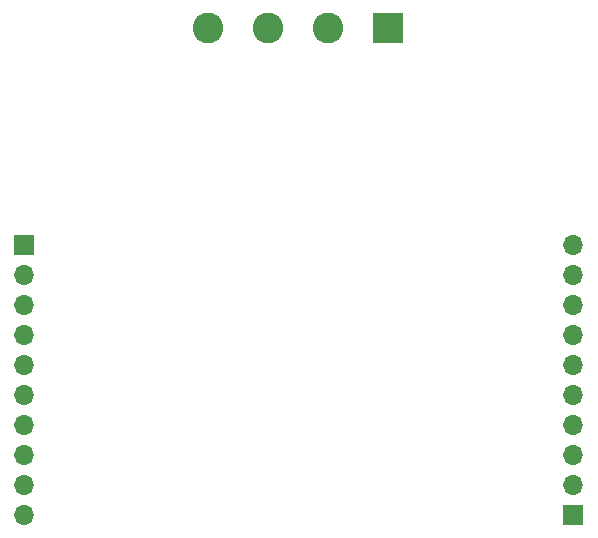
<source format=gbr>
%TF.GenerationSoftware,KiCad,Pcbnew,(5.1.10)-1*%
%TF.CreationDate,2022-10-09T17:25:27-05:00*%
%TF.ProjectId,curve_tracer,63757276-655f-4747-9261-6365722e6b69,A*%
%TF.SameCoordinates,Original*%
%TF.FileFunction,Soldermask,Bot*%
%TF.FilePolarity,Negative*%
%FSLAX46Y46*%
G04 Gerber Fmt 4.6, Leading zero omitted, Abs format (unit mm)*
G04 Created by KiCad (PCBNEW (5.1.10)-1) date 2022-10-09 17:25:27*
%MOMM*%
%LPD*%
G01*
G04 APERTURE LIST*
%ADD10R,2.600000X2.600000*%
%ADD11C,2.600000*%
%ADD12R,1.700000X1.700000*%
%ADD13O,1.700000X1.700000*%
G04 APERTURE END LIST*
D10*
%TO.C,J1*%
X157099000Y-90678000D03*
D11*
X152019000Y-90678000D03*
X146939000Y-90678000D03*
X141859000Y-90678000D03*
%TD*%
D12*
%TO.C,J3*%
X172790000Y-131947500D03*
D13*
X172790000Y-129407500D03*
X172790000Y-126867500D03*
X172790000Y-124327500D03*
X172790000Y-121787500D03*
X172790000Y-119247500D03*
X172790000Y-116707500D03*
X172790000Y-114167500D03*
X172790000Y-111627500D03*
X172790000Y-109087500D03*
%TD*%
D12*
%TO.C,J2*%
X126290000Y-109087500D03*
D13*
X126290000Y-111627500D03*
X126290000Y-114167500D03*
X126290000Y-116707500D03*
X126290000Y-119247500D03*
X126290000Y-121787500D03*
X126290000Y-124327500D03*
X126290000Y-126867500D03*
X126290000Y-129407500D03*
X126290000Y-131947500D03*
%TD*%
M02*

</source>
